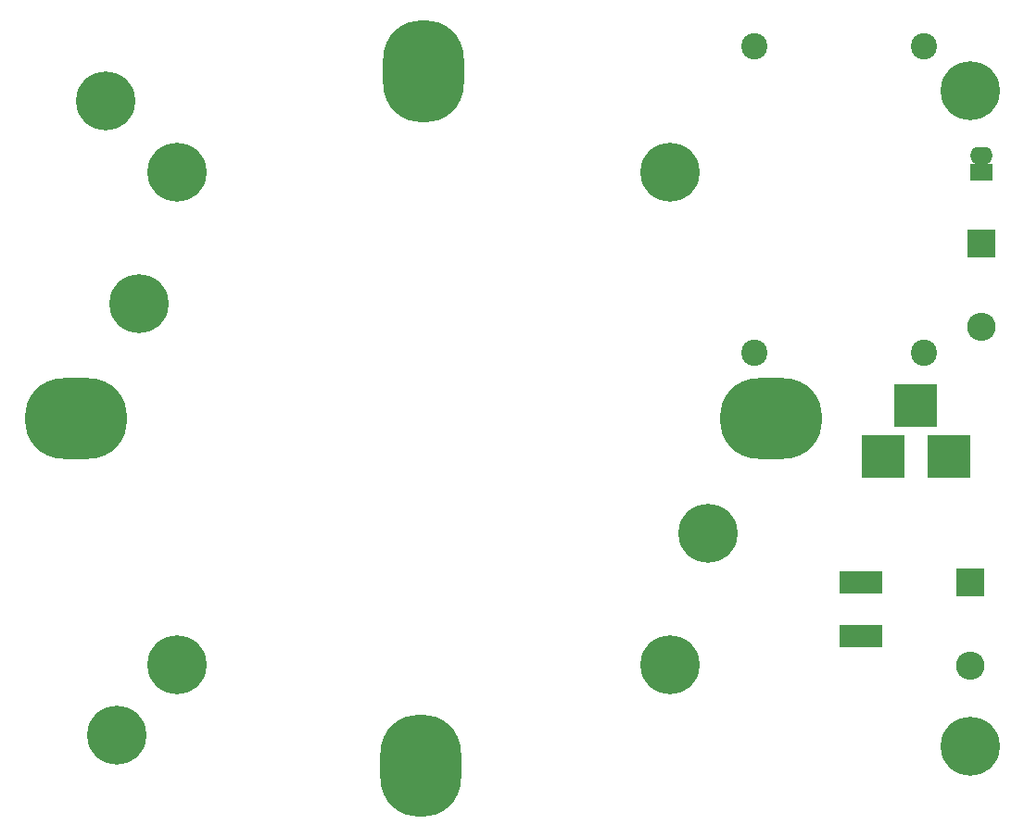
<source format=gbr>
G04 #@! TF.GenerationSoftware,KiCad,Pcbnew,(5.0.0)*
G04 #@! TF.CreationDate,2019-12-04T20:48:20-05:00*
G04 #@! TF.ProjectId,10W White LED,313057205768697465204C45442E6B69,rev?*
G04 #@! TF.SameCoordinates,Original*
G04 #@! TF.FileFunction,Soldermask,Top*
G04 #@! TF.FilePolarity,Negative*
%FSLAX46Y46*%
G04 Gerber Fmt 4.6, Leading zero omitted, Abs format (unit mm)*
G04 Created by KiCad (PCBNEW (5.0.0)) date 12/04/19 20:48:20*
%MOMM*%
%LPD*%
G01*
G04 APERTURE LIST*
%ADD10R,3.900000X2.000000*%
%ADD11R,2.100000X1.600000*%
%ADD12O,2.100000X1.600000*%
%ADD13C,5.400000*%
%ADD14O,7.400000X9.400000*%
%ADD15O,9.400000X7.400000*%
%ADD16R,2.600000X2.600000*%
%ADD17O,2.600000X2.600000*%
%ADD18C,2.400000*%
%ADD19R,3.900000X3.900000*%
G04 APERTURE END LIST*
D10*
G04 #@! TO.C,F1*
X190000000Y-119880000D03*
X190000000Y-115000000D03*
G04 #@! TD*
D11*
G04 #@! TO.C,FAN1*
X201000000Y-77500000D03*
D12*
X201000000Y-76000000D03*
G04 #@! TD*
D13*
G04 #@! TO.C,HEATSINK1*
X172500000Y-122500000D03*
X127500000Y-122500000D03*
X127500000Y-77500000D03*
X172500000Y-77500000D03*
X124000000Y-89500000D03*
X176000000Y-110500000D03*
G04 #@! TD*
D14*
G04 #@! TO.C,LENSE1*
X150000000Y-68250000D03*
D15*
X118250000Y-100000000D03*
D14*
X149750000Y-131750000D03*
D15*
X181750000Y-100000000D03*
G04 #@! TD*
D16*
G04 #@! TO.C,SW1*
X200000000Y-115000000D03*
D17*
X200000000Y-122620000D03*
G04 #@! TD*
D16*
G04 #@! TO.C,SW2*
X201000000Y-84000000D03*
D17*
X201000000Y-91620000D03*
G04 #@! TD*
D13*
G04 #@! TO.C,MNT1*
X121000000Y-71000000D03*
G04 #@! TD*
G04 #@! TO.C,MNT2*
X200000000Y-70000000D03*
G04 #@! TD*
G04 #@! TO.C,MNT3*
X200000000Y-130000000D03*
G04 #@! TD*
G04 #@! TO.C,MNT4*
X122000000Y-129000000D03*
G04 #@! TD*
D18*
G04 #@! TO.C,U1*
X180250000Y-94000000D03*
X195750000Y-94000000D03*
X195750000Y-66000000D03*
X180250000Y-66000000D03*
G04 #@! TD*
D19*
G04 #@! TO.C,BARREL1*
X195000000Y-98800000D03*
X198000000Y-103500000D03*
X192000000Y-103500000D03*
G04 #@! TD*
M02*

</source>
